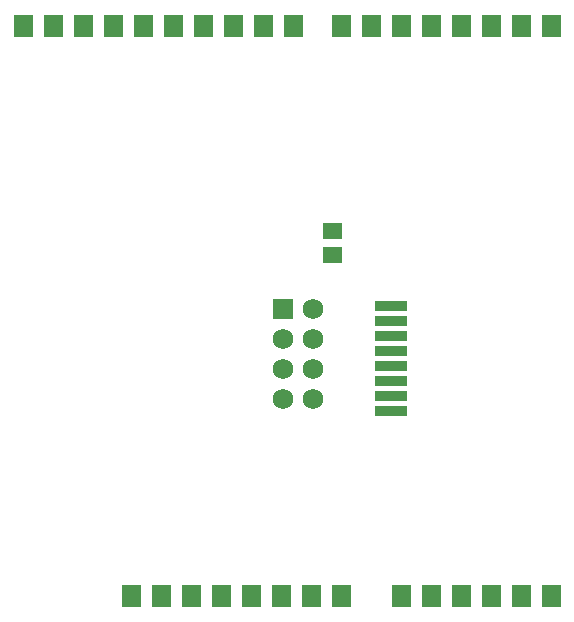
<source format=gts>
G04 Layer: TopSolderMaskLayer*
G04 EasyEDA v6.1.34, Thu, 02 May 2019 10:16:14 GMT*
G04 2a2a60af2dac4d11b907a52f5f3e14da,88f35c52922c4fbc8d6ac25f651a04fd,10*
G04 Gerber Generator version 0.2*
G04 Scale: 100 percent, Rotated: No, Reflected: No *
G04 Dimensions in millimeters *
G04 leading zeros omitted , absolute positions ,3 integer and 3 decimal *
%FSLAX33Y33*%
%MOMM*%
G90*
G71D02*

%ADD24R,1.727200X1.727200*%
%ADD25C,1.727200*%
%ADD26R,2.743200X0.965200*%

%LPD*%
G36*
G01X40843Y49844D02*
G01X40843Y51755D01*
G01X42468Y51755D01*
G01X42468Y49844D01*
G01X40843Y49844D01*
G37*
G36*
G01X38303Y49844D02*
G01X38303Y51755D01*
G01X39928Y51755D01*
G01X39928Y49844D01*
G01X38303Y49844D01*
G37*
G36*
G01X35763Y49844D02*
G01X35763Y51755D01*
G01X37388Y51755D01*
G01X37388Y49844D01*
G01X35763Y49844D01*
G37*
G36*
G01X33223Y49844D02*
G01X33223Y51755D01*
G01X34848Y51755D01*
G01X34848Y49844D01*
G01X33223Y49844D01*
G37*
G36*
G01X30683Y49844D02*
G01X30683Y51755D01*
G01X32308Y51755D01*
G01X32308Y49844D01*
G01X30683Y49844D01*
G37*
G36*
G01X28143Y49844D02*
G01X28143Y51755D01*
G01X29768Y51755D01*
G01X29768Y49844D01*
G01X28143Y49844D01*
G37*
G36*
G01X25603Y49844D02*
G01X25603Y51755D01*
G01X27228Y51755D01*
G01X27228Y49844D01*
G01X25603Y49844D01*
G37*
G36*
G01X23063Y49844D02*
G01X23063Y51755D01*
G01X24688Y51755D01*
G01X24688Y49844D01*
G01X23063Y49844D01*
G37*
G36*
G01X20523Y49844D02*
G01X20523Y51755D01*
G01X22148Y51755D01*
G01X22148Y49844D01*
G01X20523Y49844D01*
G37*
G36*
G01X17983Y49844D02*
G01X17983Y51755D01*
G01X19608Y51755D01*
G01X19608Y49844D01*
G01X17983Y49844D01*
G37*
G36*
G01X62687Y49844D02*
G01X62687Y51755D01*
G01X64312Y51755D01*
G01X64312Y49844D01*
G01X62687Y49844D01*
G37*
G36*
G01X60147Y49844D02*
G01X60147Y51755D01*
G01X61772Y51755D01*
G01X61772Y49844D01*
G01X60147Y49844D01*
G37*
G36*
G01X57607Y49844D02*
G01X57607Y51755D01*
G01X59232Y51755D01*
G01X59232Y49844D01*
G01X57607Y49844D01*
G37*
G36*
G01X55067Y49844D02*
G01X55067Y51755D01*
G01X56692Y51755D01*
G01X56692Y49844D01*
G01X55067Y49844D01*
G37*
G36*
G01X52527Y49844D02*
G01X52527Y51755D01*
G01X54152Y51755D01*
G01X54152Y49844D01*
G01X52527Y49844D01*
G37*
G36*
G01X49987Y49844D02*
G01X49987Y51755D01*
G01X51612Y51755D01*
G01X51612Y49844D01*
G01X49987Y49844D01*
G37*
G36*
G01X47447Y49844D02*
G01X47447Y51755D01*
G01X49072Y51755D01*
G01X49072Y49844D01*
G01X47447Y49844D01*
G37*
G36*
G01X44907Y49844D02*
G01X44907Y51755D01*
G01X46532Y51755D01*
G01X46532Y49844D01*
G01X44907Y49844D01*
G37*
G36*
G01X49987Y1584D02*
G01X49987Y3495D01*
G01X51612Y3495D01*
G01X51612Y1584D01*
G01X49987Y1584D01*
G37*
G36*
G01X52527Y1584D02*
G01X52527Y3495D01*
G01X54152Y3495D01*
G01X54152Y1584D01*
G01X52527Y1584D01*
G37*
G36*
G01X55067Y1584D02*
G01X55067Y3495D01*
G01X56692Y3495D01*
G01X56692Y1584D01*
G01X55067Y1584D01*
G37*
G36*
G01X57607Y1584D02*
G01X57607Y3495D01*
G01X59232Y3495D01*
G01X59232Y1584D01*
G01X57607Y1584D01*
G37*
G36*
G01X60147Y1584D02*
G01X60147Y3495D01*
G01X61772Y3495D01*
G01X61772Y1584D01*
G01X60147Y1584D01*
G37*
G36*
G01X62687Y1584D02*
G01X62687Y3495D01*
G01X64312Y3495D01*
G01X64312Y1584D01*
G01X62687Y1584D01*
G37*
G36*
G01X27127Y1584D02*
G01X27127Y3495D01*
G01X28752Y3495D01*
G01X28752Y1584D01*
G01X27127Y1584D01*
G37*
G36*
G01X29667Y1584D02*
G01X29667Y3495D01*
G01X31292Y3495D01*
G01X31292Y1584D01*
G01X29667Y1584D01*
G37*
G36*
G01X32207Y1584D02*
G01X32207Y3495D01*
G01X33832Y3495D01*
G01X33832Y1584D01*
G01X32207Y1584D01*
G37*
G36*
G01X34747Y1584D02*
G01X34747Y3495D01*
G01X36372Y3495D01*
G01X36372Y1584D01*
G01X34747Y1584D01*
G37*
G36*
G01X37287Y1584D02*
G01X37287Y3495D01*
G01X38912Y3495D01*
G01X38912Y1584D01*
G01X37287Y1584D01*
G37*
G36*
G01X39827Y1584D02*
G01X39827Y3495D01*
G01X41452Y3495D01*
G01X41452Y1584D01*
G01X39827Y1584D01*
G37*
G36*
G01X42367Y1584D02*
G01X42367Y3495D01*
G01X43992Y3495D01*
G01X43992Y1584D01*
G01X42367Y1584D01*
G37*
G36*
G01X44907Y1584D02*
G01X44907Y3495D01*
G01X46532Y3495D01*
G01X46532Y1584D01*
G01X44907Y1584D01*
G37*
G54D24*
G01X40767Y26797D03*
G54D25*
G01X43307Y26797D03*
G01X40767Y24257D03*
G01X43307Y24257D03*
G01X40767Y21717D03*
G01X43307Y21717D03*
G01X40767Y19177D03*
G01X43307Y19177D03*
G54D26*
G01X49911Y27051D03*
G01X49911Y25781D03*
G01X49911Y24511D03*
G01X49911Y23241D03*
G01X49911Y21971D03*
G01X49911Y20701D03*
G01X49911Y19431D03*
G01X49911Y18161D03*
G36*
G01X44132Y30688D02*
G01X44132Y32049D01*
G01X45783Y32049D01*
G01X45783Y30688D01*
G01X44132Y30688D01*
G37*
G36*
G01X44132Y32720D02*
G01X44132Y34081D01*
G01X45783Y34081D01*
G01X45783Y32720D01*
G01X44132Y32720D01*
G37*
M00*
M02*

</source>
